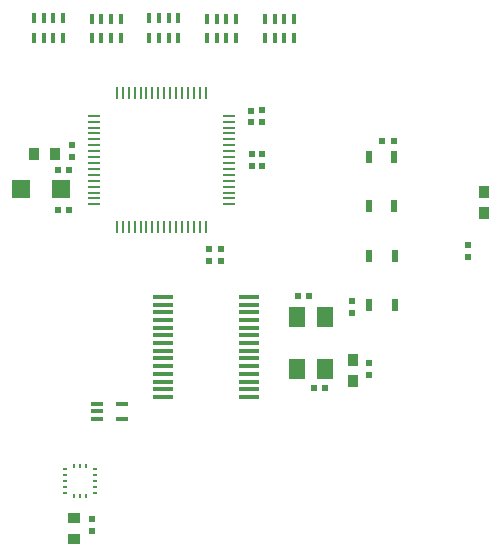
<source format=gtp>
G04 EasyPC Gerber Version 20.0.2 Build 4112 *
G04 #@! TF.Part,Single*
G04 #@! TF.FileFunction,Paste,Top *
%FSLAX24Y24*%
%MOIN*%
G04 #@! TA.AperFunction,SMDPad*
%ADD27R,0.00881X0.04424*%
%ADD80R,0.00900X0.01700*%
%ADD81R,0.01300X0.03200*%
%ADD29R,0.02100X0.02100*%
%ADD78R,0.02300X0.03900*%
%ADD83R,0.03637X0.03991*%
%ADD75R,0.03640X0.04030*%
%ADD77R,0.05200X0.06800*%
%ADD72R,0.06000X0.06000*%
%ADD28R,0.04424X0.00881*%
%ADD79R,0.01700X0.00900*%
%ADD74R,0.06900X0.01400*%
%ADD82R,0.04300X0.01500*%
%ADD73R,0.02100X0.02100*%
%ADD76R,0.04030X0.03640*%
X0Y0D02*
D02*
D27*
X10275Y11841D03*
Y16329D03*
X10472Y11841D03*
Y16329D03*
X10669Y11841D03*
Y16329D03*
X10866Y11841D03*
Y16329D03*
X11062Y11841D03*
Y16329D03*
X11259Y11841D03*
Y16329D03*
X11456Y11841D03*
Y16329D03*
X11653Y11841D03*
Y16329D03*
X11850Y11841D03*
Y16329D03*
X12047Y11841D03*
Y16329D03*
X12243Y11841D03*
Y16329D03*
X12440Y11841D03*
Y16329D03*
X12637Y11841D03*
Y16329D03*
X12834Y11841D03*
Y16329D03*
X13031Y11841D03*
Y16329D03*
X13228Y11841D03*
Y16329D03*
D02*
D28*
X9507Y12609D03*
Y12805D03*
Y13002D03*
Y13199D03*
Y13396D03*
Y13593D03*
Y13790D03*
Y13987D03*
Y14183D03*
Y14380D03*
Y14577D03*
Y14774D03*
Y14971D03*
Y15168D03*
Y15365D03*
Y15561D03*
X13995Y12609D03*
Y12805D03*
Y13002D03*
Y13199D03*
Y13396D03*
Y13593D03*
Y13790D03*
Y13987D03*
Y14183D03*
Y14380D03*
Y14577D03*
Y14774D03*
Y14971D03*
Y15168D03*
Y15365D03*
Y15561D03*
D02*
D29*
X8765Y14185D03*
Y14575D03*
X9445Y1715D03*
Y2105D03*
X14745Y15345D03*
Y15735D03*
X14765Y13895D03*
Y14285D03*
X15115Y15355D03*
Y15745D03*
X15125Y13895D03*
Y14285D03*
X18115Y8995D03*
Y9385D03*
X18665Y6935D03*
Y7325D03*
X21985Y10865D03*
Y11255D03*
D02*
D72*
X7075Y13125D03*
X8415D03*
D02*
D73*
X8295Y12415D03*
Y13755D03*
X8685Y12415D03*
Y13755D03*
X13345Y10735D03*
Y11135D03*
X13735Y10735D03*
Y11135D03*
X16295Y9545D03*
X16685D03*
X16835Y6485D03*
X17225D03*
X19105Y14725D03*
X19495D03*
D02*
D74*
X11806Y6192D03*
Y6448D03*
Y6703D03*
Y6959D03*
Y7215D03*
Y7471D03*
Y7727D03*
Y7983D03*
Y8239D03*
Y8495D03*
Y8751D03*
Y9007D03*
Y9262D03*
Y9518D03*
X14684Y6192D03*
Y6448D03*
Y6703D03*
Y6959D03*
Y7215D03*
Y7471D03*
Y7727D03*
Y7983D03*
Y8239D03*
Y8495D03*
Y8751D03*
Y9007D03*
Y9262D03*
Y9518D03*
D02*
D75*
X7525Y14275D03*
X8225D03*
D02*
D76*
X8845Y1445D03*
Y2145D03*
D02*
D77*
X16285Y7135D03*
Y8865D03*
X17225Y7135D03*
Y8865D03*
D02*
D78*
X18665Y12545D03*
Y14185D03*
X18685Y9255D03*
Y10895D03*
X19515Y12545D03*
Y14185D03*
X19535Y9255D03*
Y10895D03*
D02*
D79*
X8548Y2988D03*
Y3188D03*
Y3388D03*
Y3588D03*
Y3788D03*
X9538Y2988D03*
Y3188D03*
Y3388D03*
Y3588D03*
Y3788D03*
D02*
D80*
X8838Y2888D03*
Y3888D03*
X9038Y2888D03*
Y3888D03*
X9238Y2888D03*
Y3888D03*
D02*
D81*
X7515Y18160D03*
Y18810D03*
X7835Y18160D03*
Y18810D03*
X8155Y18160D03*
Y18810D03*
X8475Y18160D03*
Y18810D03*
X9435Y18150D03*
Y18800D03*
X9755Y18150D03*
Y18800D03*
X10075Y18150D03*
Y18800D03*
X10395Y18150D03*
Y18800D03*
X11355Y18160D03*
Y18810D03*
X11675Y18160D03*
Y18810D03*
X11995Y18160D03*
Y18810D03*
X12315Y18160D03*
Y18810D03*
X13275Y18150D03*
Y18800D03*
X13595Y18150D03*
Y18800D03*
X13915Y18150D03*
Y18800D03*
X14235Y18150D03*
Y18800D03*
X15215Y18150D03*
Y18800D03*
X15535Y18150D03*
Y18800D03*
X15855Y18150D03*
Y18800D03*
X16175Y18150D03*
Y18800D03*
D02*
D82*
X9623Y5449D03*
Y5705D03*
Y5961D03*
X10447Y5449D03*
Y5961D03*
D02*
D83*
X18135Y6725D03*
Y7425D03*
X22505Y12315D03*
Y13015D03*
X0Y0D02*
M02*

</source>
